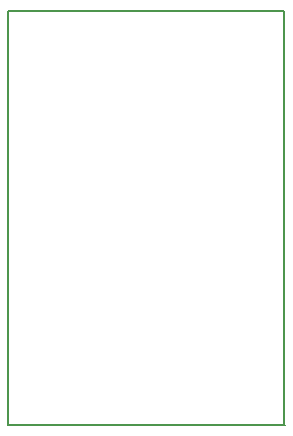
<source format=gbr>
G04 #@! TF.FileFunction,Profile,NP*
%FSLAX46Y46*%
G04 Gerber Fmt 4.6, Leading zero omitted, Abs format (unit mm)*
G04 Created by KiCad (PCBNEW 4.0.7-e2-6376~61~ubuntu18.04.1) date Sun Jul  8 15:07:32 2018*
%MOMM*%
%LPD*%
G01*
G04 APERTURE LIST*
%ADD10C,0.100000*%
%ADD11C,0.150000*%
G04 APERTURE END LIST*
D10*
D11*
X106000000Y-162600000D02*
X106000000Y-127600000D01*
X129500000Y-162600000D02*
X106000000Y-162600000D01*
X129400000Y-127600000D02*
X129400000Y-162600000D01*
X106000000Y-127600000D02*
X129400000Y-127600000D01*
M02*

</source>
